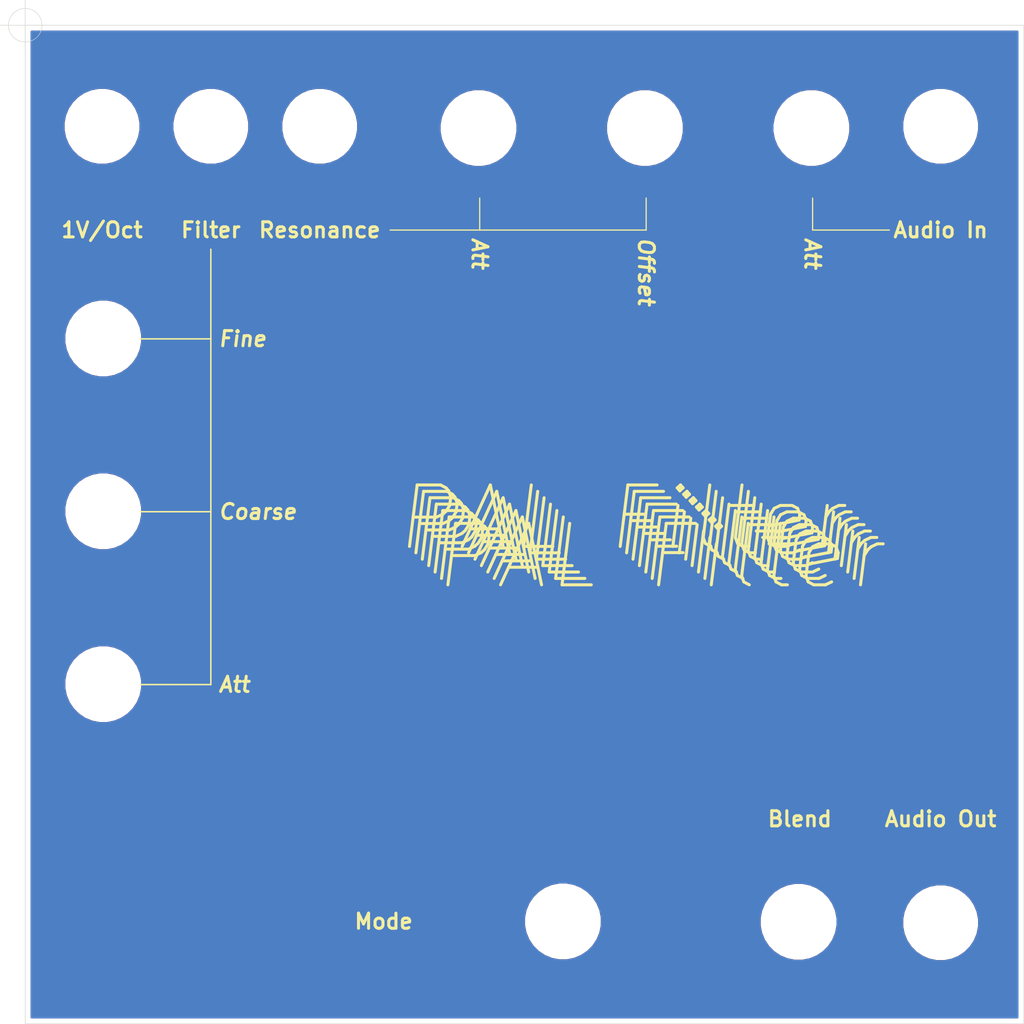
<source format=kicad_pcb>
(kicad_pcb (version 20171130) (host pcbnew 5.1.12-1.fc34)

  (general
    (thickness 1.6)
    (drawings 34)
    (tracks 0)
    (zones 0)
    (modules 13)
    (nets 1)
  )

  (page A4)
  (layers
    (0 F.Cu signal)
    (31 B.Cu signal)
    (32 B.Adhes user)
    (33 F.Adhes user)
    (34 B.Paste user)
    (35 F.Paste user)
    (36 B.SilkS user)
    (37 F.SilkS user)
    (38 B.Mask user)
    (39 F.Mask user)
    (40 Dwgs.User user)
    (41 Cmts.User user)
    (42 Eco1.User user)
    (43 Eco2.User user)
    (44 Edge.Cuts user)
    (45 Margin user)
    (46 B.CrtYd user)
    (47 F.CrtYd user)
    (48 B.Fab user)
    (49 F.Fab user)
  )

  (setup
    (last_trace_width 0.25)
    (trace_clearance 0.2)
    (zone_clearance 0.508)
    (zone_45_only no)
    (trace_min 0.2)
    (via_size 0.8)
    (via_drill 0.4)
    (via_min_size 0.4)
    (via_min_drill 0.3)
    (uvia_size 0.3)
    (uvia_drill 0.1)
    (uvias_allowed no)
    (uvia_min_size 0.2)
    (uvia_min_drill 0.1)
    (edge_width 0.05)
    (segment_width 0.2)
    (pcb_text_width 0.3)
    (pcb_text_size 1.5 1.5)
    (mod_edge_width 0.12)
    (mod_text_size 1 1)
    (mod_text_width 0.15)
    (pad_size 1.524 1.524)
    (pad_drill 0.762)
    (pad_to_mask_clearance 0)
    (aux_axis_origin 63.5 63.5)
    (grid_origin 63.5 63.5)
    (visible_elements FFFFFF7F)
    (pcbplotparams
      (layerselection 0x010fc_ffffffff)
      (usegerberextensions false)
      (usegerberattributes true)
      (usegerberadvancedattributes true)
      (creategerberjobfile true)
      (excludeedgelayer true)
      (linewidth 0.100000)
      (plotframeref false)
      (viasonmask false)
      (mode 1)
      (useauxorigin false)
      (hpglpennumber 1)
      (hpglpenspeed 20)
      (hpglpendiameter 15.000000)
      (psnegative false)
      (psa4output false)
      (plotreference true)
      (plotvalue true)
      (plotinvisibletext false)
      (padsonsilk false)
      (subtractmaskfromsilk false)
      (outputformat 1)
      (mirror false)
      (drillshape 1)
      (scaleselection 1)
      (outputdirectory ""))
  )

  (net 0 "")

  (net_class Default "This is the default net class."
    (clearance 0.2)
    (trace_width 0.25)
    (via_dia 0.8)
    (via_drill 0.4)
    (uvia_dia 0.3)
    (uvia_drill 0.1)
  )

  (module MountingHole:MountingHole_6.5mm (layer F.Cu) (tedit 56D1B4CB) (tstamp 61DE5867)
    (at 116.84 152.4)
    (descr "Mounting Hole 6.5mm, no annular")
    (tags "mounting hole 6.5mm no annular")
    (attr virtual)
    (fp_text reference REF** (at 0 -7.5) (layer F.SilkS) hide
      (effects (font (size 1 1) (thickness 0.15)))
    )
    (fp_text value MountingHole_6.5mm (at 0 7.5) (layer F.Fab) hide
      (effects (font (size 1 1) (thickness 0.15)))
    )
    (fp_circle (center 0 0) (end 6.75 0) (layer F.CrtYd) (width 0.05))
    (fp_circle (center 0 0) (end 6.5 0) (layer Cmts.User) (width 0.15))
    (fp_text user %R (at 0.3 0) (layer F.Fab) hide
      (effects (font (size 1 1) (thickness 0.15)))
    )
    (pad 1 np_thru_hole circle (at 0 0) (size 6.5 6.5) (drill 6.5) (layers *.Cu *.Mask))
  )

  (module MountingHole:MountingHole_6.5mm (layer F.Cu) (tedit 56D1B4CB) (tstamp 61DE5852)
    (at 140.21562 152.44064)
    (descr "Mounting Hole 6.5mm, no annular")
    (tags "mounting hole 6.5mm no annular")
    (attr virtual)
    (fp_text reference REF** (at 0 -7.5) (layer F.SilkS) hide
      (effects (font (size 1 1) (thickness 0.15)))
    )
    (fp_text value MountingHole_6.5mm (at 0 7.5) (layer F.Fab) hide
      (effects (font (size 1 1) (thickness 0.15)))
    )
    (fp_text user %R (at 0.3 0) (layer F.Fab) hide
      (effects (font (size 1 1) (thickness 0.15)))
    )
    (fp_circle (center 0 0) (end 6.5 0) (layer Cmts.User) (width 0.15))
    (fp_circle (center 0 0) (end 6.75 0) (layer F.CrtYd) (width 0.05))
    (pad 1 np_thru_hole circle (at 0 0) (size 6.5 6.5) (drill 6.5) (layers *.Cu *.Mask))
  )

  (module MountingHole:MountingHole_6.5mm (layer F.Cu) (tedit 56D1B4CB) (tstamp 61DE583D)
    (at 71.23938 128.86436)
    (descr "Mounting Hole 6.5mm, no annular")
    (tags "mounting hole 6.5mm no annular")
    (attr virtual)
    (fp_text reference REF** (at 0 -7.5) (layer F.SilkS) hide
      (effects (font (size 1 1) (thickness 0.15)))
    )
    (fp_text value MountingHole_6.5mm (at 0 7.5) (layer F.Fab) hide
      (effects (font (size 1 1) (thickness 0.15)))
    )
    (fp_circle (center 0 0) (end 6.75 0) (layer F.CrtYd) (width 0.05))
    (fp_circle (center 0 0) (end 6.5 0) (layer Cmts.User) (width 0.15))
    (fp_text user %R (at 0.3 0) (layer F.Fab) hide
      (effects (font (size 1 1) (thickness 0.15)))
    )
    (pad 1 np_thru_hole circle (at 0 0) (size 6.5 6.5) (drill 6.5) (layers *.Cu *.Mask))
  )

  (module MountingHole:MountingHole_6.5mm (layer F.Cu) (tedit 56D1B4CB) (tstamp 61DE5828)
    (at 71.23938 111.71936)
    (descr "Mounting Hole 6.5mm, no annular")
    (tags "mounting hole 6.5mm no annular")
    (attr virtual)
    (fp_text reference REF** (at 0 -7.5) (layer F.SilkS) hide
      (effects (font (size 1 1) (thickness 0.15)))
    )
    (fp_text value MountingHole_6.5mm (at 0 7.5) (layer F.Fab) hide
      (effects (font (size 1 1) (thickness 0.15)))
    )
    (fp_text user %R (at 0.3 0) (layer F.Fab) hide
      (effects (font (size 1 1) (thickness 0.15)))
    )
    (fp_circle (center 0 0) (end 6.5 0) (layer Cmts.User) (width 0.15))
    (fp_circle (center 0 0) (end 6.75 0) (layer F.CrtYd) (width 0.05))
    (pad 1 np_thru_hole circle (at 0 0) (size 6.5 6.5) (drill 6.5) (layers *.Cu *.Mask))
  )

  (module MountingHole:MountingHole_6.5mm (layer F.Cu) (tedit 56D1B4CB) (tstamp 61DE5813)
    (at 71.23938 94.57436)
    (descr "Mounting Hole 6.5mm, no annular")
    (tags "mounting hole 6.5mm no annular")
    (attr virtual)
    (fp_text reference REF** (at 0 -7.5) (layer F.SilkS) hide
      (effects (font (size 1 1) (thickness 0.15)))
    )
    (fp_text value MountingHole_6.5mm (at 0 7.5) (layer F.Fab) hide
      (effects (font (size 1 1) (thickness 0.15)))
    )
    (fp_circle (center 0 0) (end 6.75 0) (layer F.CrtYd) (width 0.05))
    (fp_circle (center 0 0) (end 6.5 0) (layer Cmts.User) (width 0.15))
    (fp_text user %R (at 0.3 0) (layer F.Fab) hide
      (effects (font (size 1 1) (thickness 0.15)))
    )
    (pad 1 np_thru_hole circle (at 0 0) (size 6.5 6.5) (drill 6.5) (layers *.Cu *.Mask))
  )

  (module MountingHole:MountingHole_6.5mm (layer F.Cu) (tedit 56D1B4CB) (tstamp 61DE57FE)
    (at 141.48562 73.70064)
    (descr "Mounting Hole 6.5mm, no annular")
    (tags "mounting hole 6.5mm no annular")
    (attr virtual)
    (fp_text reference REF** (at 0 -7.5) (layer F.SilkS) hide
      (effects (font (size 1 1) (thickness 0.15)))
    )
    (fp_text value MountingHole_6.5mm (at 0 7.5) (layer F.Fab) hide
      (effects (font (size 1 1) (thickness 0.15)))
    )
    (fp_text user %R (at 0.3 0) (layer F.Fab) hide
      (effects (font (size 1 1) (thickness 0.15)))
    )
    (fp_circle (center 0 0) (end 6.5 0) (layer Cmts.User) (width 0.15))
    (fp_circle (center 0 0) (end 6.75 0) (layer F.CrtYd) (width 0.05))
    (pad 1 np_thru_hole circle (at 0 0) (size 6.5 6.5) (drill 6.5) (layers *.Cu *.Mask))
  )

  (module MountingHole:MountingHole_6.5mm (layer F.Cu) (tedit 56D1B4CB) (tstamp 61DE57E9)
    (at 124.97562 73.70064)
    (descr "Mounting Hole 6.5mm, no annular")
    (tags "mounting hole 6.5mm no annular")
    (attr virtual)
    (fp_text reference REF** (at 0 -7.5) (layer F.SilkS) hide
      (effects (font (size 1 1) (thickness 0.15)))
    )
    (fp_text value MountingHole_6.5mm (at 0 7.5) (layer F.Fab) hide
      (effects (font (size 1 1) (thickness 0.15)))
    )
    (fp_circle (center 0 0) (end 6.75 0) (layer F.CrtYd) (width 0.05))
    (fp_circle (center 0 0) (end 6.5 0) (layer Cmts.User) (width 0.15))
    (fp_text user %R (at 0.3 0) (layer F.Fab) hide
      (effects (font (size 1 1) (thickness 0.15)))
    )
    (pad 1 np_thru_hole circle (at 0 0) (size 6.5 6.5) (drill 6.5) (layers *.Cu *.Mask))
  )

  (module MountingHole:MountingHole_6.5mm (layer F.Cu) (tedit 56D1B4CB) (tstamp 61DE57B2)
    (at 108.46562 73.70064)
    (descr "Mounting Hole 6.5mm, no annular")
    (tags "mounting hole 6.5mm no annular")
    (attr virtual)
    (fp_text reference REF** (at 0 -7.5) (layer F.SilkS) hide
      (effects (font (size 1 1) (thickness 0.15)))
    )
    (fp_text value MountingHole_6.5mm (at 0 7.5) (layer F.Fab) hide
      (effects (font (size 1 1) (thickness 0.15)))
    )
    (fp_text user %R (at 0.3 0) (layer F.Fab) hide
      (effects (font (size 1 1) (thickness 0.15)))
    )
    (fp_circle (center 0 0) (end 6.5 0) (layer Cmts.User) (width 0.15))
    (fp_circle (center 0 0) (end 6.75 0) (layer F.CrtYd) (width 0.05))
    (pad 1 np_thru_hole circle (at 0 0) (size 6.5 6.5) (drill 6.5) (layers *.Cu *.Mask))
  )

  (module MountingHole:MountingHole_6.4mm_M6 (layer F.Cu) (tedit 56D1B4CB) (tstamp 61DE5642)
    (at 154.305 152.52954)
    (descr "Mounting Hole 6.4mm, no annular, M6")
    (tags "mounting hole 6.4mm no annular m6")
    (attr virtual)
    (fp_text reference REF** (at 0 -7.4) (layer F.SilkS) hide
      (effects (font (size 1 1) (thickness 0.15)))
    )
    (fp_text value MountingHole_6.4mm_M6 (at 0 7.4) (layer F.Fab) hide
      (effects (font (size 1 1) (thickness 0.15)))
    )
    (fp_text user %R (at 0.3 0) (layer F.Fab) hide
      (effects (font (size 1 1) (thickness 0.15)))
    )
    (fp_circle (center 0 0) (end 6.4 0) (layer Cmts.User) (width 0.15))
    (fp_circle (center 0 0) (end 6.65 0) (layer F.CrtYd) (width 0.05))
    (pad 1 np_thru_hole circle (at 0 0) (size 6.4 6.4) (drill 6.4) (layers *.Cu *.Mask))
  )

  (module MountingHole:MountingHole_6.4mm_M6 (layer F.Cu) (tedit 56D1B4CB) (tstamp 61DE562D)
    (at 154.305 73.53046)
    (descr "Mounting Hole 6.4mm, no annular, M6")
    (tags "mounting hole 6.4mm no annular m6")
    (attr virtual)
    (fp_text reference REF** (at 0 -7.4) (layer F.SilkS) hide
      (effects (font (size 1 1) (thickness 0.15)))
    )
    (fp_text value MountingHole_6.4mm_M6 (at 0 7.4) (layer F.Fab) hide
      (effects (font (size 1 1) (thickness 0.15)))
    )
    (fp_circle (center 0 0) (end 6.65 0) (layer F.CrtYd) (width 0.05))
    (fp_circle (center 0 0) (end 6.4 0) (layer Cmts.User) (width 0.15))
    (fp_text user %R (at 0.3 0) (layer F.Fab) hide
      (effects (font (size 1 1) (thickness 0.15)))
    )
    (pad 1 np_thru_hole circle (at 0 0) (size 6.4 6.4) (drill 6.4) (layers *.Cu *.Mask))
  )

  (module MountingHole:MountingHole_6.4mm_M6 (layer F.Cu) (tedit 56D1B4CB) (tstamp 61DE5618)
    (at 92.71 73.53046)
    (descr "Mounting Hole 6.4mm, no annular, M6")
    (tags "mounting hole 6.4mm no annular m6")
    (attr virtual)
    (fp_text reference REF** (at 0 -7.4) (layer F.SilkS) hide
      (effects (font (size 1 1) (thickness 0.15)))
    )
    (fp_text value MountingHole_6.4mm_M6 (at 0 7.4) (layer F.Fab) hide
      (effects (font (size 1 1) (thickness 0.15)))
    )
    (fp_text user %R (at 0.3 0) (layer F.Fab) hide
      (effects (font (size 1 1) (thickness 0.15)))
    )
    (fp_circle (center 0 0) (end 6.4 0) (layer Cmts.User) (width 0.15))
    (fp_circle (center 0 0) (end 6.65 0) (layer F.CrtYd) (width 0.05))
    (pad 1 np_thru_hole circle (at 0 0) (size 6.4 6.4) (drill 6.4) (layers *.Cu *.Mask))
  )

  (module MountingHole:MountingHole_6.4mm_M6 (layer F.Cu) (tedit 56D1B4CB) (tstamp 61DE55E5)
    (at 81.915 73.53046)
    (descr "Mounting Hole 6.4mm, no annular, M6")
    (tags "mounting hole 6.4mm no annular m6")
    (attr virtual)
    (fp_text reference REF** (at 0 -7.4) (layer F.SilkS) hide
      (effects (font (size 1 1) (thickness 0.15)))
    )
    (fp_text value MountingHole_6.4mm_M6 (at 0 7.4) (layer F.Fab) hide
      (effects (font (size 1 1) (thickness 0.15)))
    )
    (fp_circle (center 0 0) (end 6.65 0) (layer F.CrtYd) (width 0.05))
    (fp_circle (center 0 0) (end 6.4 0) (layer Cmts.User) (width 0.15))
    (fp_text user %R (at 0.3 0) (layer F.Fab) hide
      (effects (font (size 1 1) (thickness 0.15)))
    )
    (pad 1 np_thru_hole circle (at 0 0) (size 6.4 6.4) (drill 6.4) (layers *.Cu *.Mask))
  )

  (module MountingHole:MountingHole_6.4mm_M6 (layer F.Cu) (tedit 56D1B4CB) (tstamp 61DE558F)
    (at 71.12 73.53046)
    (descr "Mounting Hole 6.4mm, no annular, M6")
    (tags "mounting hole 6.4mm no annular m6")
    (attr virtual)
    (fp_text reference REF** (at 0 -7.4) (layer F.SilkS) hide
      (effects (font (size 1 1) (thickness 0.15)))
    )
    (fp_text value MountingHole_6.4mm_M6 (at 0 7.4) (layer F.Fab) hide
      (effects (font (size 1 1) (thickness 0.15)))
    )
    (fp_text user %R (at 0.3 0) (layer F.Fab) hide
      (effects (font (size 1 1) (thickness 0.15)))
    )
    (fp_circle (center 0 0) (end 6.4 0) (layer Cmts.User) (width 0.15))
    (fp_circle (center 0 0) (end 6.65 0) (layer F.CrtYd) (width 0.05))
    (pad 1 np_thru_hole circle (at 0 0) (size 6.4 6.4) (drill 6.4) (layers *.Cu *.Mask))
  )

  (gr_line (start 63.5 63.5) (end 162.56 63.5) (layer Edge.Cuts) (width 0.05))
  (gr_text "PAL Filter" (at 126.365 116.205) (layer F.SilkS) (tstamp 61DE590C)
    (effects (font (size 6.096 6.096) (thickness 0.3) italic))
  )
  (gr_text "PAL Filter" (at 125.73 115.57) (layer F.SilkS) (tstamp 61DE590A)
    (effects (font (size 6.096 6.096) (thickness 0.3) italic))
  )
  (gr_text "PAL Filter" (at 125.095 114.935) (layer F.SilkS) (tstamp 61DE5908)
    (effects (font (size 6.096 6.096) (thickness 0.3) italic))
  )
  (gr_text "PAL Filter" (at 124.46 114.3) (layer F.SilkS) (tstamp 61DE58FC)
    (effects (font (size 6.096 6.096) (thickness 0.3) italic))
  )
  (gr_text "PAL Filter" (at 123.825 113.665) (layer F.SilkS) (tstamp 61DE58FA)
    (effects (font (size 6.096 6.096) (thickness 0.3) italic))
  )
  (gr_text "PAL Filter" (at 123.19 113.03) (layer F.SilkS) (tstamp 61DE58F8)
    (effects (font (size 6.096 6.096) (thickness 0.3) italic))
  )
  (gr_text "PAL Filter" (at 122.555 112.395) (layer F.SilkS) (tstamp 61DE58F4)
    (effects (font (size 6.096 6.096) (thickness 0.3) italic))
  )
  (gr_text Mode (at 99.06 152.4) (layer F.SilkS) (tstamp 61DE58F1)
    (effects (font (size 1.5 1.5) (thickness 0.3)))
  )
  (gr_text Att (at 141.605 84.455 270) (layer F.SilkS) (tstamp 61DE58EE)
    (effects (font (size 1.5 1.5) (thickness 0.3) italic) (justify left))
  )
  (gr_line (start 141.605 83.82) (end 149.225 83.82) (layer F.SilkS) (width 0.12) (tstamp 61DE58EA))
  (gr_text Offset (at 125.095 84.455 -90) (layer F.SilkS) (tstamp 61DE58D6)
    (effects (font (size 1.5 1.5) (thickness 0.3) italic) (justify left))
  )
  (gr_text Att (at 108.585 84.455 270) (layer F.SilkS) (tstamp 61DE58D1)
    (effects (font (size 1.5 1.5) (thickness 0.3) italic) (justify left))
  )
  (gr_line (start 108.585 83.82) (end 108.585 80.645) (layer F.SilkS) (width 0.12))
  (gr_line (start 125.095 83.82) (end 125.095 80.645) (layer F.SilkS) (width 0.12))
  (gr_line (start 141.605 83.82) (end 141.605 80.645) (layer F.SilkS) (width 0.12))
  (gr_line (start 99.695 83.82) (end 125.095 83.82) (layer F.SilkS) (width 0.12))
  (gr_text Att (at 82.55 128.905) (layer F.SilkS) (tstamp 61DE58CB)
    (effects (font (size 1.5 1.5) (thickness 0.3) italic) (justify left))
  )
  (gr_text Coarse (at 82.55 111.76) (layer F.SilkS) (tstamp 61DE58C8)
    (effects (font (size 1.5 1.5) (thickness 0.3) italic) (justify left))
  )
  (gr_text Fine (at 82.55 94.615) (layer F.SilkS) (tstamp 61DE58C4)
    (effects (font (size 1.5 1.5) (thickness 0.3) italic) (justify left))
  )
  (gr_line (start 74.93 94.615) (end 81.915 94.615) (layer F.SilkS) (width 0.15))
  (gr_line (start 74.93 111.76) (end 81.915 111.76) (layer F.SilkS) (width 0.15))
  (gr_line (start 81.915 128.905) (end 74.93 128.905) (layer F.SilkS) (width 0.15))
  (gr_line (start 81.915 85.725) (end 81.915 128.905) (layer F.SilkS) (width 0.15))
  (gr_text "Audio Out" (at 154.305 142.24) (layer F.SilkS) (tstamp 61DE58A5)
    (effects (font (size 1.5 1.5) (thickness 0.3)))
  )
  (gr_text Blend (at 140.335 142.24) (layer F.SilkS) (tstamp 61DE589F)
    (effects (font (size 1.5 1.5) (thickness 0.3)))
  )
  (gr_text "Audio In" (at 154.305 83.82) (layer F.SilkS) (tstamp 61DE588D)
    (effects (font (size 1.5 1.5) (thickness 0.3)))
  )
  (gr_text Resonance (at 92.71 83.82) (layer F.SilkS) (tstamp 61DE5888)
    (effects (font (size 1.5 1.5) (thickness 0.3)))
  )
  (gr_text Filter (at 81.915 83.82) (layer F.SilkS)
    (effects (font (size 1.5 1.5) (thickness 0.3)))
  )
  (gr_text 1V/Oct (at 71.12 83.82) (layer F.SilkS)
    (effects (font (size 1.5 1.5) (thickness 0.3)))
  )
  (target plus (at 63.5 63.5) (size 5) (width 0.05) (layer Edge.Cuts))
  (gr_line (start 63.5 162.56) (end 63.5 63.5) (layer Edge.Cuts) (width 0.05) (tstamp 61DDF501))
  (gr_line (start 162.56 162.56) (end 63.5 162.56) (layer Edge.Cuts) (width 0.05))
  (gr_line (start 162.56 63.5) (end 162.56 162.56) (layer Edge.Cuts) (width 0.05))

  (zone (net 0) (net_name "") (layer F.Cu) (tstamp 0) (hatch edge 0.508)
    (connect_pads (clearance 0.508))
    (min_thickness 0.254)
    (fill yes (arc_segments 32) (thermal_gap 0.508) (thermal_bridge_width 0.508))
    (polygon
      (pts
        (xy 162.56 162.56) (xy 63.5 162.56) (xy 63.5 63.5) (xy 162.56 63.5)
      )
    )
    (filled_polygon
      (pts
        (xy 161.900001 161.9) (xy 64.16 161.9) (xy 64.16 152.017361) (xy 112.955 152.017361) (xy 112.955 152.782639)
        (xy 113.104298 153.533213) (xy 113.397158 154.240238) (xy 113.822323 154.876543) (xy 114.363457 155.417677) (xy 114.999762 155.842842)
        (xy 115.706787 156.135702) (xy 116.457361 156.285) (xy 117.222639 156.285) (xy 117.973213 156.135702) (xy 118.680238 155.842842)
        (xy 119.316543 155.417677) (xy 119.857677 154.876543) (xy 120.282842 154.240238) (xy 120.575702 153.533213) (xy 120.725 152.782639)
        (xy 120.725 152.058001) (xy 136.33062 152.058001) (xy 136.33062 152.823279) (xy 136.479918 153.573853) (xy 136.772778 154.280878)
        (xy 137.197943 154.917183) (xy 137.739077 155.458317) (xy 138.375382 155.883482) (xy 139.082407 156.176342) (xy 139.832981 156.32564)
        (xy 140.598259 156.32564) (xy 141.348833 156.176342) (xy 142.055858 155.883482) (xy 142.692163 155.458317) (xy 143.233297 154.917183)
        (xy 143.658462 154.280878) (xy 143.951322 153.573853) (xy 144.10062 152.823279) (xy 144.10062 152.151825) (xy 150.47 152.151825)
        (xy 150.47 152.907255) (xy 150.617377 153.648168) (xy 150.906467 154.346094) (xy 151.326161 154.97421) (xy 151.86033 155.508379)
        (xy 152.488446 155.928073) (xy 153.186372 156.217163) (xy 153.927285 156.36454) (xy 154.682715 156.36454) (xy 155.423628 156.217163)
        (xy 156.121554 155.928073) (xy 156.74967 155.508379) (xy 157.283839 154.97421) (xy 157.703533 154.346094) (xy 157.992623 153.648168)
        (xy 158.14 152.907255) (xy 158.14 152.151825) (xy 157.992623 151.410912) (xy 157.703533 150.712986) (xy 157.283839 150.08487)
        (xy 156.74967 149.550701) (xy 156.121554 149.131007) (xy 155.423628 148.841917) (xy 154.682715 148.69454) (xy 153.927285 148.69454)
        (xy 153.186372 148.841917) (xy 152.488446 149.131007) (xy 151.86033 149.550701) (xy 151.326161 150.08487) (xy 150.906467 150.712986)
        (xy 150.617377 151.410912) (xy 150.47 152.151825) (xy 144.10062 152.151825) (xy 144.10062 152.058001) (xy 143.951322 151.307427)
        (xy 143.658462 150.600402) (xy 143.233297 149.964097) (xy 142.692163 149.422963) (xy 142.055858 148.997798) (xy 141.348833 148.704938)
        (xy 140.598259 148.55564) (xy 139.832981 148.55564) (xy 139.082407 148.704938) (xy 138.375382 148.997798) (xy 137.739077 149.422963)
        (xy 137.197943 149.964097) (xy 136.772778 150.600402) (xy 136.479918 151.307427) (xy 136.33062 152.058001) (xy 120.725 152.058001)
        (xy 120.725 152.017361) (xy 120.575702 151.266787) (xy 120.282842 150.559762) (xy 119.857677 149.923457) (xy 119.316543 149.382323)
        (xy 118.680238 148.957158) (xy 117.973213 148.664298) (xy 117.222639 148.515) (xy 116.457361 148.515) (xy 115.706787 148.664298)
        (xy 114.999762 148.957158) (xy 114.363457 149.382323) (xy 113.822323 149.923457) (xy 113.397158 150.559762) (xy 113.104298 151.266787)
        (xy 112.955 152.017361) (xy 64.16 152.017361) (xy 64.16 128.481721) (xy 67.35438 128.481721) (xy 67.35438 129.246999)
        (xy 67.503678 129.997573) (xy 67.796538 130.704598) (xy 68.221703 131.340903) (xy 68.762837 131.882037) (xy 69.399142 132.307202)
        (xy 70.106167 132.600062) (xy 70.856741 132.74936) (xy 71.622019 132.74936) (xy 72.372593 132.600062) (xy 73.079618 132.307202)
        (xy 73.715923 131.882037) (xy 74.257057 131.340903) (xy 74.682222 130.704598) (xy 74.975082 129.997573) (xy 75.12438 129.246999)
        (xy 75.12438 128.481721) (xy 74.975082 127.731147) (xy 74.682222 127.024122) (xy 74.257057 126.387817) (xy 73.715923 125.846683)
        (xy 73.079618 125.421518) (xy 72.372593 125.128658) (xy 71.622019 124.97936) (xy 70.856741 124.97936) (xy 70.106167 125.128658)
        (xy 69.399142 125.421518) (xy 68.762837 125.846683) (xy 68.221703 126.387817) (xy 67.796538 127.024122) (xy 67.503678 127.731147)
        (xy 67.35438 128.481721) (xy 64.16 128.481721) (xy 64.16 111.336721) (xy 67.35438 111.336721) (xy 67.35438 112.101999)
        (xy 67.503678 112.852573) (xy 67.796538 113.559598) (xy 68.221703 114.195903) (xy 68.762837 114.737037) (xy 69.399142 115.162202)
        (xy 70.106167 115.455062) (xy 70.856741 115.60436) (xy 71.622019 115.60436) (xy 72.372593 115.455062) (xy 73.079618 115.162202)
        (xy 73.715923 114.737037) (xy 74.257057 114.195903) (xy 74.682222 113.559598) (xy 74.975082 112.852573) (xy 75.12438 112.101999)
        (xy 75.12438 111.336721) (xy 74.975082 110.586147) (xy 74.682222 109.879122) (xy 74.257057 109.242817) (xy 73.715923 108.701683)
        (xy 73.079618 108.276518) (xy 72.372593 107.983658) (xy 71.622019 107.83436) (xy 70.856741 107.83436) (xy 70.106167 107.983658)
        (xy 69.399142 108.276518) (xy 68.762837 108.701683) (xy 68.221703 109.242817) (xy 67.796538 109.879122) (xy 67.503678 110.586147)
        (xy 67.35438 111.336721) (xy 64.16 111.336721) (xy 64.16 94.191721) (xy 67.35438 94.191721) (xy 67.35438 94.956999)
        (xy 67.503678 95.707573) (xy 67.796538 96.414598) (xy 68.221703 97.050903) (xy 68.762837 97.592037) (xy 69.399142 98.017202)
        (xy 70.106167 98.310062) (xy 70.856741 98.45936) (xy 71.622019 98.45936) (xy 72.372593 98.310062) (xy 73.079618 98.017202)
        (xy 73.715923 97.592037) (xy 74.257057 97.050903) (xy 74.682222 96.414598) (xy 74.975082 95.707573) (xy 75.12438 94.956999)
        (xy 75.12438 94.191721) (xy 74.975082 93.441147) (xy 74.682222 92.734122) (xy 74.257057 92.097817) (xy 73.715923 91.556683)
        (xy 73.079618 91.131518) (xy 72.372593 90.838658) (xy 71.622019 90.68936) (xy 70.856741 90.68936) (xy 70.106167 90.838658)
        (xy 69.399142 91.131518) (xy 68.762837 91.556683) (xy 68.221703 92.097817) (xy 67.796538 92.734122) (xy 67.503678 93.441147)
        (xy 67.35438 94.191721) (xy 64.16 94.191721) (xy 64.16 73.152745) (xy 67.285 73.152745) (xy 67.285 73.908175)
        (xy 67.432377 74.649088) (xy 67.721467 75.347014) (xy 68.141161 75.97513) (xy 68.67533 76.509299) (xy 69.303446 76.928993)
        (xy 70.001372 77.218083) (xy 70.742285 77.36546) (xy 71.497715 77.36546) (xy 72.238628 77.218083) (xy 72.936554 76.928993)
        (xy 73.56467 76.509299) (xy 74.098839 75.97513) (xy 74.518533 75.347014) (xy 74.807623 74.649088) (xy 74.955 73.908175)
        (xy 74.955 73.152745) (xy 78.08 73.152745) (xy 78.08 73.908175) (xy 78.227377 74.649088) (xy 78.516467 75.347014)
        (xy 78.936161 75.97513) (xy 79.47033 76.509299) (xy 80.098446 76.928993) (xy 80.796372 77.218083) (xy 81.537285 77.36546)
        (xy 82.292715 77.36546) (xy 83.033628 77.218083) (xy 83.731554 76.928993) (xy 84.35967 76.509299) (xy 84.893839 75.97513)
        (xy 85.313533 75.347014) (xy 85.602623 74.649088) (xy 85.75 73.908175) (xy 85.75 73.152745) (xy 88.875 73.152745)
        (xy 88.875 73.908175) (xy 89.022377 74.649088) (xy 89.311467 75.347014) (xy 89.731161 75.97513) (xy 90.26533 76.509299)
        (xy 90.893446 76.928993) (xy 91.591372 77.218083) (xy 92.332285 77.36546) (xy 93.087715 77.36546) (xy 93.828628 77.218083)
        (xy 94.526554 76.928993) (xy 95.15467 76.509299) (xy 95.688839 75.97513) (xy 96.108533 75.347014) (xy 96.397623 74.649088)
        (xy 96.545 73.908175) (xy 96.545 73.318001) (xy 104.58062 73.318001) (xy 104.58062 74.083279) (xy 104.729918 74.833853)
        (xy 105.022778 75.540878) (xy 105.447943 76.177183) (xy 105.989077 76.718317) (xy 106.625382 77.143482) (xy 107.332407 77.436342)
        (xy 108.082981 77.58564) (xy 108.848259 77.58564) (xy 109.598833 77.436342) (xy 110.305858 77.143482) (xy 110.942163 76.718317)
        (xy 111.483297 76.177183) (xy 111.908462 75.540878) (xy 112.201322 74.833853) (xy 112.35062 74.083279) (xy 112.35062 73.318001)
        (xy 121.09062 73.318001) (xy 121.09062 74.083279) (xy 121.239918 74.833853) (xy 121.532778 75.540878) (xy 121.957943 76.177183)
        (xy 122.499077 76.718317) (xy 123.135382 77.143482) (xy 123.842407 77.436342) (xy 124.592981 77.58564) (xy 125.358259 77.58564)
        (xy 126.108833 77.436342) (xy 126.815858 77.143482) (xy 127.452163 76.718317) (xy 127.993297 76.177183) (xy 128.418462 75.540878)
        (xy 128.711322 74.833853) (xy 128.86062 74.083279) (xy 128.86062 73.318001) (xy 137.60062 73.318001) (xy 137.60062 74.083279)
        (xy 137.749918 74.833853) (xy 138.042778 75.540878) (xy 138.467943 76.177183) (xy 139.009077 76.718317) (xy 139.645382 77.143482)
        (xy 140.352407 77.436342) (xy 141.102981 77.58564) (xy 141.868259 77.58564) (xy 142.618833 77.436342) (xy 143.325858 77.143482)
        (xy 143.962163 76.718317) (xy 144.503297 76.177183) (xy 144.928462 75.540878) (xy 145.221322 74.833853) (xy 145.37062 74.083279)
        (xy 145.37062 73.318001) (xy 145.337749 73.152745) (xy 150.47 73.152745) (xy 150.47 73.908175) (xy 150.617377 74.649088)
        (xy 150.906467 75.347014) (xy 151.326161 75.97513) (xy 151.86033 76.509299) (xy 152.488446 76.928993) (xy 153.186372 77.218083)
        (xy 153.927285 77.36546) (xy 154.682715 77.36546) (xy 155.423628 77.218083) (xy 156.121554 76.928993) (xy 156.74967 76.509299)
        (xy 157.283839 75.97513) (xy 157.703533 75.347014) (xy 157.992623 74.649088) (xy 158.14 73.908175) (xy 158.14 73.152745)
        (xy 157.992623 72.411832) (xy 157.703533 71.713906) (xy 157.283839 71.08579) (xy 156.74967 70.551621) (xy 156.121554 70.131927)
        (xy 155.423628 69.842837) (xy 154.682715 69.69546) (xy 153.927285 69.69546) (xy 153.186372 69.842837) (xy 152.488446 70.131927)
        (xy 151.86033 70.551621) (xy 151.326161 71.08579) (xy 150.906467 71.713906) (xy 150.617377 72.411832) (xy 150.47 73.152745)
        (xy 145.337749 73.152745) (xy 145.221322 72.567427) (xy 144.928462 71.860402) (xy 144.503297 71.224097) (xy 143.962163 70.682963)
        (xy 143.325858 70.257798) (xy 142.618833 69.964938) (xy 141.868259 69.81564) (xy 141.102981 69.81564) (xy 140.352407 69.964938)
        (xy 139.645382 70.257798) (xy 139.009077 70.682963) (xy 138.467943 71.224097) (xy 138.042778 71.860402) (xy 137.749918 72.567427)
        (xy 137.60062 73.318001) (xy 128.86062 73.318001) (xy 128.711322 72.567427) (xy 128.418462 71.860402) (xy 127.993297 71.224097)
        (xy 127.452163 70.682963) (xy 126.815858 70.257798) (xy 126.108833 69.964938) (xy 125.358259 69.81564) (xy 124.592981 69.81564)
        (xy 123.842407 69.964938) (xy 123.135382 70.257798) (xy 122.499077 70.682963) (xy 121.957943 71.224097) (xy 121.532778 71.860402)
        (xy 121.239918 72.567427) (xy 121.09062 73.318001) (xy 112.35062 73.318001) (xy 112.201322 72.567427) (xy 111.908462 71.860402)
        (xy 111.483297 71.224097) (xy 110.942163 70.682963) (xy 110.305858 70.257798) (xy 109.598833 69.964938) (xy 108.848259 69.81564)
        (xy 108.082981 69.81564) (xy 107.332407 69.964938) (xy 106.625382 70.257798) (xy 105.989077 70.682963) (xy 105.447943 71.224097)
        (xy 105.022778 71.860402) (xy 104.729918 72.567427) (xy 104.58062 73.318001) (xy 96.545 73.318001) (xy 96.545 73.152745)
        (xy 96.397623 72.411832) (xy 96.108533 71.713906) (xy 95.688839 71.08579) (xy 95.15467 70.551621) (xy 94.526554 70.131927)
        (xy 93.828628 69.842837) (xy 93.087715 69.69546) (xy 92.332285 69.69546) (xy 91.591372 69.842837) (xy 90.893446 70.131927)
        (xy 90.26533 70.551621) (xy 89.731161 71.08579) (xy 89.311467 71.713906) (xy 89.022377 72.411832) (xy 88.875 73.152745)
        (xy 85.75 73.152745) (xy 85.602623 72.411832) (xy 85.313533 71.713906) (xy 84.893839 71.08579) (xy 84.35967 70.551621)
        (xy 83.731554 70.131927) (xy 83.033628 69.842837) (xy 82.292715 69.69546) (xy 81.537285 69.69546) (xy 80.796372 69.842837)
        (xy 80.098446 70.131927) (xy 79.47033 70.551621) (xy 78.936161 71.08579) (xy 78.516467 71.713906) (xy 78.227377 72.411832)
        (xy 78.08 73.152745) (xy 74.955 73.152745) (xy 74.807623 72.411832) (xy 74.518533 71.713906) (xy 74.098839 71.08579)
        (xy 73.56467 70.551621) (xy 72.936554 70.131927) (xy 72.238628 69.842837) (xy 71.497715 69.69546) (xy 70.742285 69.69546)
        (xy 70.001372 69.842837) (xy 69.303446 70.131927) (xy 68.67533 70.551621) (xy 68.141161 71.08579) (xy 67.721467 71.713906)
        (xy 67.432377 72.411832) (xy 67.285 73.152745) (xy 64.16 73.152745) (xy 64.16 64.16) (xy 161.9 64.16)
      )
    )
  )
  (zone (net 0) (net_name "") (layer B.Cu) (tstamp 61DDF558) (hatch edge 0.508)
    (connect_pads (clearance 0.508))
    (min_thickness 0.254)
    (fill yes (arc_segments 32) (thermal_gap 0.508) (thermal_bridge_width 0.508))
    (polygon
      (pts
        (xy 162.56 162.56) (xy 63.5 162.56) (xy 63.5 63.5) (xy 162.56 63.5)
      )
    )
    (filled_polygon
      (pts
        (xy 161.900001 161.9) (xy 64.16 161.9) (xy 64.16 152.017361) (xy 112.955 152.017361) (xy 112.955 152.782639)
        (xy 113.104298 153.533213) (xy 113.397158 154.240238) (xy 113.822323 154.876543) (xy 114.363457 155.417677) (xy 114.999762 155.842842)
        (xy 115.706787 156.135702) (xy 116.457361 156.285) (xy 117.222639 156.285) (xy 117.973213 156.135702) (xy 118.680238 155.842842)
        (xy 119.316543 155.417677) (xy 119.857677 154.876543) (xy 120.282842 154.240238) (xy 120.575702 153.533213) (xy 120.725 152.782639)
        (xy 120.725 152.058001) (xy 136.33062 152.058001) (xy 136.33062 152.823279) (xy 136.479918 153.573853) (xy 136.772778 154.280878)
        (xy 137.197943 154.917183) (xy 137.739077 155.458317) (xy 138.375382 155.883482) (xy 139.082407 156.176342) (xy 139.832981 156.32564)
        (xy 140.598259 156.32564) (xy 141.348833 156.176342) (xy 142.055858 155.883482) (xy 142.692163 155.458317) (xy 143.233297 154.917183)
        (xy 143.658462 154.280878) (xy 143.951322 153.573853) (xy 144.10062 152.823279) (xy 144.10062 152.151825) (xy 150.47 152.151825)
        (xy 150.47 152.907255) (xy 150.617377 153.648168) (xy 150.906467 154.346094) (xy 151.326161 154.97421) (xy 151.86033 155.508379)
        (xy 152.488446 155.928073) (xy 153.186372 156.217163) (xy 153.927285 156.36454) (xy 154.682715 156.36454) (xy 155.423628 156.217163)
        (xy 156.121554 155.928073) (xy 156.74967 155.508379) (xy 157.283839 154.97421) (xy 157.703533 154.346094) (xy 157.992623 153.648168)
        (xy 158.14 152.907255) (xy 158.14 152.151825) (xy 157.992623 151.410912) (xy 157.703533 150.712986) (xy 157.283839 150.08487)
        (xy 156.74967 149.550701) (xy 156.121554 149.131007) (xy 155.423628 148.841917) (xy 154.682715 148.69454) (xy 153.927285 148.69454)
        (xy 153.186372 148.841917) (xy 152.488446 149.131007) (xy 151.86033 149.550701) (xy 151.326161 150.08487) (xy 150.906467 150.712986)
        (xy 150.617377 151.410912) (xy 150.47 152.151825) (xy 144.10062 152.151825) (xy 144.10062 152.058001) (xy 143.951322 151.307427)
        (xy 143.658462 150.600402) (xy 143.233297 149.964097) (xy 142.692163 149.422963) (xy 142.055858 148.997798) (xy 141.348833 148.704938)
        (xy 140.598259 148.55564) (xy 139.832981 148.55564) (xy 139.082407 148.704938) (xy 138.375382 148.997798) (xy 137.739077 149.422963)
        (xy 137.197943 149.964097) (xy 136.772778 150.600402) (xy 136.479918 151.307427) (xy 136.33062 152.058001) (xy 120.725 152.058001)
        (xy 120.725 152.017361) (xy 120.575702 151.266787) (xy 120.282842 150.559762) (xy 119.857677 149.923457) (xy 119.316543 149.382323)
        (xy 118.680238 148.957158) (xy 117.973213 148.664298) (xy 117.222639 148.515) (xy 116.457361 148.515) (xy 115.706787 148.664298)
        (xy 114.999762 148.957158) (xy 114.363457 149.382323) (xy 113.822323 149.923457) (xy 113.397158 150.559762) (xy 113.104298 151.266787)
        (xy 112.955 152.017361) (xy 64.16 152.017361) (xy 64.16 128.481721) (xy 67.35438 128.481721) (xy 67.35438 129.246999)
        (xy 67.503678 129.997573) (xy 67.796538 130.704598) (xy 68.221703 131.340903) (xy 68.762837 131.882037) (xy 69.399142 132.307202)
        (xy 70.106167 132.600062) (xy 70.856741 132.74936) (xy 71.622019 132.74936) (xy 72.372593 132.600062) (xy 73.079618 132.307202)
        (xy 73.715923 131.882037) (xy 74.257057 131.340903) (xy 74.682222 130.704598) (xy 74.975082 129.997573) (xy 75.12438 129.246999)
        (xy 75.12438 128.481721) (xy 74.975082 127.731147) (xy 74.682222 127.024122) (xy 74.257057 126.387817) (xy 73.715923 125.846683)
        (xy 73.079618 125.421518) (xy 72.372593 125.128658) (xy 71.622019 124.97936) (xy 70.856741 124.97936) (xy 70.106167 125.128658)
        (xy 69.399142 125.421518) (xy 68.762837 125.846683) (xy 68.221703 126.387817) (xy 67.796538 127.024122) (xy 67.503678 127.731147)
        (xy 67.35438 128.481721) (xy 64.16 128.481721) (xy 64.16 111.336721) (xy 67.35438 111.336721) (xy 67.35438 112.101999)
        (xy 67.503678 112.852573) (xy 67.796538 113.559598) (xy 68.221703 114.195903) (xy 68.762837 114.737037) (xy 69.399142 115.162202)
        (xy 70.106167 115.455062) (xy 70.856741 115.60436) (xy 71.622019 115.60436) (xy 72.372593 115.455062) (xy 73.079618 115.162202)
        (xy 73.715923 114.737037) (xy 74.257057 114.195903) (xy 74.682222 113.559598) (xy 74.975082 112.852573) (xy 75.12438 112.101999)
        (xy 75.12438 111.336721) (xy 74.975082 110.586147) (xy 74.682222 109.879122) (xy 74.257057 109.242817) (xy 73.715923 108.701683)
        (xy 73.079618 108.276518) (xy 72.372593 107.983658) (xy 71.622019 107.83436) (xy 70.856741 107.83436) (xy 70.106167 107.983658)
        (xy 69.399142 108.276518) (xy 68.762837 108.701683) (xy 68.221703 109.242817) (xy 67.796538 109.879122) (xy 67.503678 110.586147)
        (xy 67.35438 111.336721) (xy 64.16 111.336721) (xy 64.16 94.191721) (xy 67.35438 94.191721) (xy 67.35438 94.956999)
        (xy 67.503678 95.707573) (xy 67.796538 96.414598) (xy 68.221703 97.050903) (xy 68.762837 97.592037) (xy 69.399142 98.017202)
        (xy 70.106167 98.310062) (xy 70.856741 98.45936) (xy 71.622019 98.45936) (xy 72.372593 98.310062) (xy 73.079618 98.017202)
        (xy 73.715923 97.592037) (xy 74.257057 97.050903) (xy 74.682222 96.414598) (xy 74.975082 95.707573) (xy 75.12438 94.956999)
        (xy 75.12438 94.191721) (xy 74.975082 93.441147) (xy 74.682222 92.734122) (xy 74.257057 92.097817) (xy 73.715923 91.556683)
        (xy 73.079618 91.131518) (xy 72.372593 90.838658) (xy 71.622019 90.68936) (xy 70.856741 90.68936) (xy 70.106167 90.838658)
        (xy 69.399142 91.131518) (xy 68.762837 91.556683) (xy 68.221703 92.097817) (xy 67.796538 92.734122) (xy 67.503678 93.441147)
        (xy 67.35438 94.191721) (xy 64.16 94.191721) (xy 64.16 73.152745) (xy 67.285 73.152745) (xy 67.285 73.908175)
        (xy 67.432377 74.649088) (xy 67.721467 75.347014) (xy 68.141161 75.97513) (xy 68.67533 76.509299) (xy 69.303446 76.928993)
        (xy 70.001372 77.218083) (xy 70.742285 77.36546) (xy 71.497715 77.36546) (xy 72.238628 77.218083) (xy 72.936554 76.928993)
        (xy 73.56467 76.509299) (xy 74.098839 75.97513) (xy 74.518533 75.347014) (xy 74.807623 74.649088) (xy 74.955 73.908175)
        (xy 74.955 73.152745) (xy 78.08 73.152745) (xy 78.08 73.908175) (xy 78.227377 74.649088) (xy 78.516467 75.347014)
        (xy 78.936161 75.97513) (xy 79.47033 76.509299) (xy 80.098446 76.928993) (xy 80.796372 77.218083) (xy 81.537285 77.36546)
        (xy 82.292715 77.36546) (xy 83.033628 77.218083) (xy 83.731554 76.928993) (xy 84.35967 76.509299) (xy 84.893839 75.97513)
        (xy 85.313533 75.347014) (xy 85.602623 74.649088) (xy 85.75 73.908175) (xy 85.75 73.152745) (xy 88.875 73.152745)
        (xy 88.875 73.908175) (xy 89.022377 74.649088) (xy 89.311467 75.347014) (xy 89.731161 75.97513) (xy 90.26533 76.509299)
        (xy 90.893446 76.928993) (xy 91.591372 77.218083) (xy 92.332285 77.36546) (xy 93.087715 77.36546) (xy 93.828628 77.218083)
        (xy 94.526554 76.928993) (xy 95.15467 76.509299) (xy 95.688839 75.97513) (xy 96.108533 75.347014) (xy 96.397623 74.649088)
        (xy 96.545 73.908175) (xy 96.545 73.318001) (xy 104.58062 73.318001) (xy 104.58062 74.083279) (xy 104.729918 74.833853)
        (xy 105.022778 75.540878) (xy 105.447943 76.177183) (xy 105.989077 76.718317) (xy 106.625382 77.143482) (xy 107.332407 77.436342)
        (xy 108.082981 77.58564) (xy 108.848259 77.58564) (xy 109.598833 77.436342) (xy 110.305858 77.143482) (xy 110.942163 76.718317)
        (xy 111.483297 76.177183) (xy 111.908462 75.540878) (xy 112.201322 74.833853) (xy 112.35062 74.083279) (xy 112.35062 73.318001)
        (xy 121.09062 73.318001) (xy 121.09062 74.083279) (xy 121.239918 74.833853) (xy 121.532778 75.540878) (xy 121.957943 76.177183)
        (xy 122.499077 76.718317) (xy 123.135382 77.143482) (xy 123.842407 77.436342) (xy 124.592981 77.58564) (xy 125.358259 77.58564)
        (xy 126.108833 77.436342) (xy 126.815858 77.143482) (xy 127.452163 76.718317) (xy 127.993297 76.177183) (xy 128.418462 75.540878)
        (xy 128.711322 74.833853) (xy 128.86062 74.083279) (xy 128.86062 73.318001) (xy 137.60062 73.318001) (xy 137.60062 74.083279)
        (xy 137.749918 74.833853) (xy 138.042778 75.540878) (xy 138.467943 76.177183) (xy 139.009077 76.718317) (xy 139.645382 77.143482)
        (xy 140.352407 77.436342) (xy 141.102981 77.58564) (xy 141.868259 77.58564) (xy 142.618833 77.436342) (xy 143.325858 77.143482)
        (xy 143.962163 76.718317) (xy 144.503297 76.177183) (xy 144.928462 75.540878) (xy 145.221322 74.833853) (xy 145.37062 74.083279)
        (xy 145.37062 73.318001) (xy 145.337749 73.152745) (xy 150.47 73.152745) (xy 150.47 73.908175) (xy 150.617377 74.649088)
        (xy 150.906467 75.347014) (xy 151.326161 75.97513) (xy 151.86033 76.509299) (xy 152.488446 76.928993) (xy 153.186372 77.218083)
        (xy 153.927285 77.36546) (xy 154.682715 77.36546) (xy 155.423628 77.218083) (xy 156.121554 76.928993) (xy 156.74967 76.509299)
        (xy 157.283839 75.97513) (xy 157.703533 75.347014) (xy 157.992623 74.649088) (xy 158.14 73.908175) (xy 158.14 73.152745)
        (xy 157.992623 72.411832) (xy 157.703533 71.713906) (xy 157.283839 71.08579) (xy 156.74967 70.551621) (xy 156.121554 70.131927)
        (xy 155.423628 69.842837) (xy 154.682715 69.69546) (xy 153.927285 69.69546) (xy 153.186372 69.842837) (xy 152.488446 70.131927)
        (xy 151.86033 70.551621) (xy 151.326161 71.08579) (xy 150.906467 71.713906) (xy 150.617377 72.411832) (xy 150.47 73.152745)
        (xy 145.337749 73.152745) (xy 145.221322 72.567427) (xy 144.928462 71.860402) (xy 144.503297 71.224097) (xy 143.962163 70.682963)
        (xy 143.325858 70.257798) (xy 142.618833 69.964938) (xy 141.868259 69.81564) (xy 141.102981 69.81564) (xy 140.352407 69.964938)
        (xy 139.645382 70.257798) (xy 139.009077 70.682963) (xy 138.467943 71.224097) (xy 138.042778 71.860402) (xy 137.749918 72.567427)
        (xy 137.60062 73.318001) (xy 128.86062 73.318001) (xy 128.711322 72.567427) (xy 128.418462 71.860402) (xy 127.993297 71.224097)
        (xy 127.452163 70.682963) (xy 126.815858 70.257798) (xy 126.108833 69.964938) (xy 125.358259 69.81564) (xy 124.592981 69.81564)
        (xy 123.842407 69.964938) (xy 123.135382 70.257798) (xy 122.499077 70.682963) (xy 121.957943 71.224097) (xy 121.532778 71.860402)
        (xy 121.239918 72.567427) (xy 121.09062 73.318001) (xy 112.35062 73.318001) (xy 112.201322 72.567427) (xy 111.908462 71.860402)
        (xy 111.483297 71.224097) (xy 110.942163 70.682963) (xy 110.305858 70.257798) (xy 109.598833 69.964938) (xy 108.848259 69.81564)
        (xy 108.082981 69.81564) (xy 107.332407 69.964938) (xy 106.625382 70.257798) (xy 105.989077 70.682963) (xy 105.447943 71.224097)
        (xy 105.022778 71.860402) (xy 104.729918 72.567427) (xy 104.58062 73.318001) (xy 96.545 73.318001) (xy 96.545 73.152745)
        (xy 96.397623 72.411832) (xy 96.108533 71.713906) (xy 95.688839 71.08579) (xy 95.15467 70.551621) (xy 94.526554 70.131927)
        (xy 93.828628 69.842837) (xy 93.087715 69.69546) (xy 92.332285 69.69546) (xy 91.591372 69.842837) (xy 90.893446 70.131927)
        (xy 90.26533 70.551621) (xy 89.731161 71.08579) (xy 89.311467 71.713906) (xy 89.022377 72.411832) (xy 88.875 73.152745)
        (xy 85.75 73.152745) (xy 85.602623 72.411832) (xy 85.313533 71.713906) (xy 84.893839 71.08579) (xy 84.35967 70.551621)
        (xy 83.731554 70.131927) (xy 83.033628 69.842837) (xy 82.292715 69.69546) (xy 81.537285 69.69546) (xy 80.796372 69.842837)
        (xy 80.098446 70.131927) (xy 79.47033 70.551621) (xy 78.936161 71.08579) (xy 78.516467 71.713906) (xy 78.227377 72.411832)
        (xy 78.08 73.152745) (xy 74.955 73.152745) (xy 74.807623 72.411832) (xy 74.518533 71.713906) (xy 74.098839 71.08579)
        (xy 73.56467 70.551621) (xy 72.936554 70.131927) (xy 72.238628 69.842837) (xy 71.497715 69.69546) (xy 70.742285 69.69546)
        (xy 70.001372 69.842837) (xy 69.303446 70.131927) (xy 68.67533 70.551621) (xy 68.141161 71.08579) (xy 67.721467 71.713906)
        (xy 67.432377 72.411832) (xy 67.285 73.152745) (xy 64.16 73.152745) (xy 64.16 64.16) (xy 161.9 64.16)
      )
    )
  )
)

</source>
